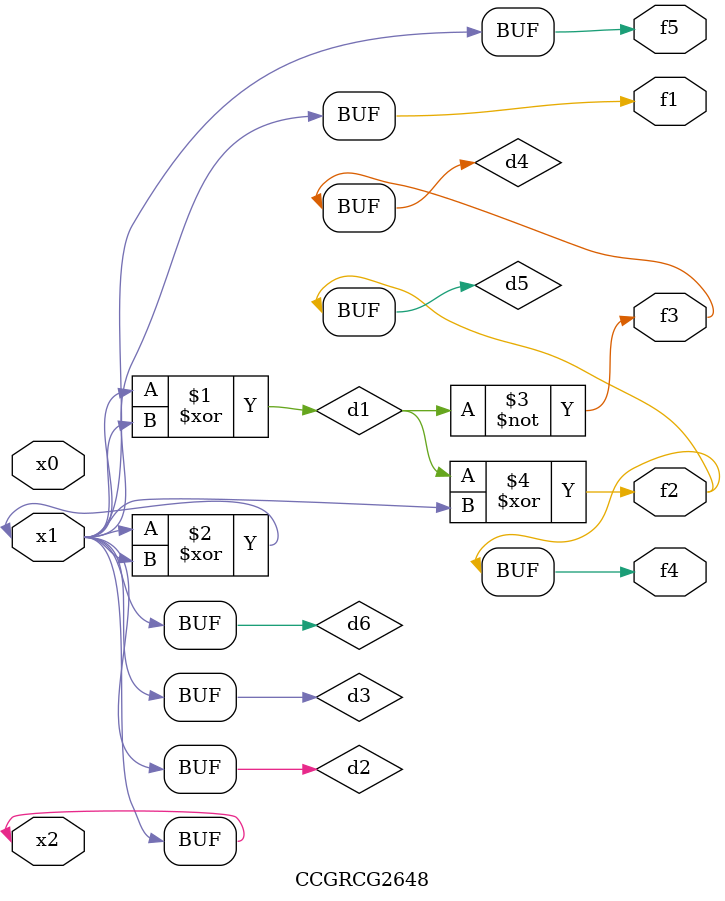
<source format=v>
module CCGRCG2648(
	input x0, x1, x2,
	output f1, f2, f3, f4, f5
);

	wire d1, d2, d3, d4, d5, d6;

	xor (d1, x1, x2);
	buf (d2, x1, x2);
	xor (d3, x1, x2);
	nor (d4, d1);
	xor (d5, d1, d2);
	buf (d6, d2, d3);
	assign f1 = d6;
	assign f2 = d5;
	assign f3 = d4;
	assign f4 = d5;
	assign f5 = d6;
endmodule

</source>
